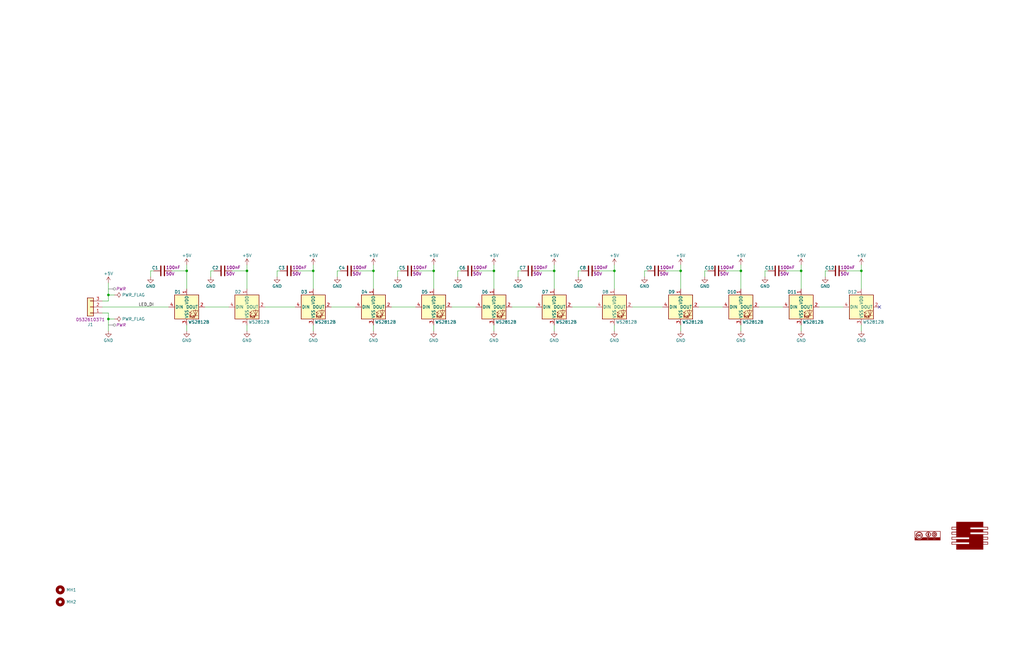
<source format=kicad_sch>
(kicad_sch (version 20230121) (generator eeschema)
  (paper "USLedger")
  (lib_symbols
    (symbol "ENYA_Bitmap:CC-BY-SA_Logo" (pin_names (offset 1.016)) (in_bom no)
      (symbol "CC-BY-SA_Logo_0_0"
        (polyline (pts (xy 0.0762 -1.2446) (xy 0.0762 -1.2192) (xy 0.0254 -1.1684) (xy -0.1524 -1.1684) (xy -0.1524 -1.2954) (xy 0.0254 -1.2954) (xy 0.0762 -1.2446)) (stroke (width 0.0254)) (fill (type outline)))
        (polyline (pts (xy 0.0762 -1.524) (xy 0.0762 -1.4986) (xy 0.1016 -1.4732) (xy 0.0508 -1.4224) (xy 0.0508 -1.397) (xy -0.1524 -1.397) (xy -0.1524 -1.5494) (xy 0.0508 -1.5494) (xy 0.0762 -1.524)) (stroke (width 0.0254)) (fill (type outline)))
        (polyline (pts (xy 3.0734 -1.4224) (xy 3.0988 -1.4224) (xy 3.0988 -1.3716) (xy 3.0734 -1.3462) (xy 3.0734 -1.3208) (xy 3.048 -1.2192) (xy 2.9972 -1.3208) (xy 2.9972 -1.3716) (xy 2.9718 -1.397) (xy 2.9718 -1.4224) (xy 2.9972 -1.4224) (xy 3.048 -1.4478) (xy 3.0734 -1.4224)) (stroke (width 0.0254)) (fill (type outline)))
        (polyline (pts (xy 0.4064 0.9906) (xy 0.4318 1.0414) (xy 0.4572 1.0668) (xy 0.4572 1.1176) (xy 0.4318 1.143) (xy 0.4064 1.1938) (xy 0.381 1.2192) (xy 0.3302 1.2446) (xy 0.254 1.2446) (xy 0.2032 1.1938) (xy 0.1778 1.143) (xy 0.1524 1.1176) (xy 0.1524 1.0668) (xy 0.1778 1.016) (xy 0.254 0.9398) (xy 0.3556 0.9398) (xy 0.4064 0.9906)) (stroke (width 0.0254)) (fill (type outline)))
        (polyline (pts (xy 0.4318 0.381) (xy 0.5334 0.381) (xy 0.5334 0.4064) (xy 0.5588 0.4064) (xy 0.5588 0.5842) (xy 0.5842 0.6604) (xy 0.5842 0.8636) (xy 0.5588 0.8636) (xy 0.5334 0.889) (xy 0.0254 0.889) (xy 0.0254 0.8636) (xy 0 0.8636) (xy 0 0.4064) (xy 0.0508 0.381) (xy 0.127 0.381) (xy 0.127 -0.127) (xy 0.4318 -0.127) (xy 0.4318 0.381)) (stroke (width 0.0254)) (fill (type outline)))
        (polyline (pts (xy -3.7084 -0.2794) (xy -3.556 -0.127) (xy -3.556 -0.1016) (xy -3.5814 -0.0762) (xy -3.6068 -0.0762) (xy -3.6322 -0.0508) (xy -3.683 -0.0254) (xy -3.7084 -0.0254) (xy -3.7338 0) (xy -3.7338 -0.0254) (xy -3.7592 -0.0508) (xy -3.7846 -0.1016) (xy -3.81 -0.1016) (xy -3.8608 -0.127) (xy -3.9624 -0.127) (xy -4.0132 -0.0762) (xy -4.0386 -0.0254) (xy -4.064 0) (xy -4.064 0.3048) (xy -4.0386 0.3048) (xy -4.0132 0.3302) (xy -4.0132 0.3556) (xy -3.9878 0.3556) (xy -3.9624 0.381) (xy -3.81 0.381) (xy -3.81 0.3556) (xy -3.7846 0.3556) (xy -3.7592 0.3302) (xy -3.7592 0.3048) (xy -3.7338 0.2794) (xy -3.6576 0.3048) (xy -3.6322 0.3302) (xy -3.6068 0.3302) (xy -3.5814 0.3556) (xy -3.556 0.3556) (xy -3.5814 0.381) (xy -3.5814 0.4064) (xy -3.6576 0.4826) (xy -3.7338 0.5334) (xy -3.81 0.5588) (xy -3.9624 0.5588) (xy -4.1148 0.508) (xy -4.1402 0.508) (xy -4.2672 0.381) (xy -4.2926 0.3302) (xy -4.3434 0.1778) (xy -4.3434 0.0762) (xy -4.2672 -0.1524) (xy -4.1656 -0.254) (xy -4.0894 -0.3048) (xy -4.0132 -0.3048) (xy -3.937 -0.3302) (xy -3.8608 -0.3302) (xy -3.7084 -0.2794)) (stroke (width 0.0254)) (fill (type outline)))
        (polyline (pts (xy -2.8956 -0.2794) (xy -2.7432 -0.127) (xy -2.7432 -0.1016) (xy -2.7686 -0.0762) (xy -2.794 -0.0762) (xy -2.8194 -0.0508) (xy -2.8702 -0.0254) (xy -2.8956 -0.0254) (xy -2.921 0) (xy -2.921 -0.0254) (xy -2.9464 -0.0508) (xy -2.9718 -0.1016) (xy -2.9972 -0.1016) (xy -3.048 -0.127) (xy -3.1496 -0.127) (xy -3.2004 -0.0762) (xy -3.2258 -0.0254) (xy -3.2512 0) (xy -3.2512 0.3048) (xy -3.2258 0.3048) (xy -3.2004 0.3302) (xy -3.2004 0.3556) (xy -3.175 0.3556) (xy -3.1496 0.381) (xy -2.9972 0.381) (xy -2.9972 0.3556) (xy -2.9718 0.3556) (xy -2.9464 0.3302) (xy -2.9464 0.3048) (xy -2.921 0.2794) (xy -2.8448 0.3302) (xy -2.7432 0.3556) (xy -2.8194 0.4318) (xy -2.8448 0.4826) (xy -2.8956 0.508) (xy -2.921 0.508) (xy -2.9718 0.5334) (xy -3.0734 0.5588) (xy -3.2258 0.5588) (xy -3.302 0.508) (xy -3.3528 0.508) (xy -3.4036 0.4572) (xy -3.4544 0.381) (xy -3.4798 0.3302) (xy -3.5052 0.254) (xy -3.5306 0.1524) (xy -3.5306 0.0762) (xy -3.4544 -0.1524) (xy -3.3528 -0.254) (xy -3.2766 -0.3048) (xy -3.2004 -0.3048) (xy -3.1242 -0.3302) (xy -3.048 -0.3302) (xy -2.8956 -0.2794)) (stroke (width 0.0254)) (fill (type outline)))
        (polyline (pts (xy 3.1242 0.0508) (xy 3.175 0.1016) (xy 3.2512 0.1524) (xy 3.3528 0.3048) (xy 3.3782 0.4064) (xy 3.3782 0.6858) (xy 3.3528 0.762) (xy 3.3274 0.8128) (xy 3.302 0.889) (xy 3.175 1.016) (xy 3.0988 1.0668) (xy 2.9972 1.0922) (xy 2.9464 1.1176) (xy 2.7686 1.1176) (xy 2.7178 1.0922) (xy 2.667 1.0922) (xy 2.5908 1.0414) (xy 2.4892 0.9398) (xy 2.4384 0.8636) (xy 2.413 0.762) (xy 2.3876 0.7112) (xy 2.3114 0.7112) (xy 2.5146 0.508) (xy 2.7178 0.7112) (xy 2.6416 0.7112) (xy 2.6416 0.7366) (xy 2.667 0.762) (xy 2.6924 0.8128) (xy 2.7432 0.8636) (xy 2.7686 0.8636) (xy 2.7686 0.889) (xy 2.9718 0.889) (xy 2.9718 0.8636) (xy 2.9972 0.8636) (xy 3.048 0.8128) (xy 3.0988 0.7112) (xy 3.0988 0.6858) (xy 3.1242 0.6604) (xy 3.1242 0.4572) (xy 3.0988 0.4064) (xy 3.0988 0.381) (xy 3.048 0.2794) (xy 2.9972 0.2286) (xy 2.9464 0.2032) (xy 2.794 0.2032) (xy 2.6924 0.254) (xy 2.667 0.2794) (xy 2.6416 0.3556) (xy 2.6416 0.381) (xy 2.3876 0.381) (xy 2.3876 0.3302) (xy 2.413 0.2794) (xy 2.5146 0.127) (xy 2.5654 0.0762) (xy 2.6416 0.0254) (xy 2.7178 0) (xy 3.0226 0) (xy 3.1242 0.0508)) (stroke (width 0.0254)) (fill (type outline)))
        (polyline (pts (xy 0.5588 -0.4572) (xy 0.6858 -0.4318) (xy 0.8128 -0.3556) (xy 0.9144 -0.3048) (xy 1.016 -0.2286) (xy 1.1684 -0.0254) (xy 1.2954 0.2286) (xy 1.3208 0.3556) (xy 1.3462 0.508) (xy 1.3462 0.635) (xy 1.2954 0.889) (xy 1.2446 0.9906) (xy 1.1938 1.1176) (xy 1.1176 1.2192) (xy 1.0922 1.2446) (xy 0.9906 1.3208) (xy 0.889 1.4224) (xy 0.7874 1.4732) (xy 0.6858 1.5494) (xy 0.5842 1.5748) (xy 0.508 1.6002) (xy 0.127 1.6002) (xy 0.0254 1.5748) (xy -0.1016 1.5494) (xy -0.2032 1.4986) (xy -0.2286 1.4732) (xy -0.3048 1.4224) (xy -0.381 1.3462) (xy -0.4572 1.2954) (xy -0.5334 1.2192) (xy -0.5842 1.143) (xy -0.635 1.016) (xy -0.6858 0.9144) (xy -0.7366 0.7874) (xy -0.762 0.6604) (xy -0.762 0.5334) (xy -0.7366 0.4064) (xy -0.7366 0.3556) (xy -0.5588 0.3556) (xy -0.5588 0.7366) (xy -0.5334 0.7874) (xy -0.508 0.889) (xy -0.4318 1.016) (xy -0.381 1.0922) (xy -0.254 1.2192) (xy -0.1778 1.27) (xy -0.0762 1.3462) (xy 0.0508 1.397) (xy 0.1524 1.4224) (xy 0.381 1.4224) (xy 0.5842 1.3716) (xy 0.6604 1.3462) (xy 0.762 1.2954) (xy 0.8382 1.2446) (xy 0.9144 1.1684) (xy 1.0668 0.9398) (xy 1.1176 0.8382) (xy 1.143 0.762) (xy 1.143 0.4064) (xy 1.1176 0.2794) (xy 1.016 0.0762) (xy 0.9398 -0.0254) (xy 0.8636 -0.1016) (xy 0.8128 -0.127) (xy 0.7366 -0.1778) (xy 0.5334 -0.2794) (xy 0.4318 -0.3048) (xy 0.1524 -0.3048) (xy 0.0762 -0.2794) (xy -0.0254 -0.254) (xy -0.127 -0.2032) (xy -0.2286 -0.127) (xy -0.4064 0.0508) (xy -0.5588 0.3556) (xy -0.7366 0.3556) (xy -0.7366 0.3048) (xy -0.635 0.0508) (xy -0.5842 -0.0508) (xy -0.4064 -0.2286) (xy -0.3556 -0.254) (xy -0.3302 -0.3048) (xy -0.127 -0.4064) (xy 0 -0.4572) (xy 0.1016 -0.4826) (xy 0.5334 -0.4826) (xy 0.5588 -0.4572)) (stroke (width 0.0254)) (fill (type outline)))
        (polyline (pts (xy 3.1496 -0.4572) (xy 3.2512 -0.4318) (xy 3.3782 -0.3556) (xy 3.4798 -0.3048) (xy 3.5814 -0.2286) (xy 3.81 0.0762) (xy 3.8608 0.1778) (xy 3.8608 0.2286) (xy 3.8862 0.3556) (xy 3.9116 0.508) (xy 3.9116 0.635) (xy 3.8608 0.889) (xy 3.81 0.9906) (xy 3.7592 1.1176) (xy 3.683 1.2192) (xy 3.4798 1.4224) (xy 3.3782 1.4732) (xy 3.2512 1.5494) (xy 3.1496 1.5748) (xy 3.0734 1.6002) (xy 2.7178 1.6002) (xy 2.4638 1.5494) (xy 2.3622 1.4986) (xy 2.3368 1.4732) (xy 2.2606 1.4224) (xy 2.1844 1.3462) (xy 2.1082 1.2954) (xy 2.032 1.2192) (xy 1.9812 1.143) (xy 1.9304 1.016) (xy 1.8796 0.9144) (xy 1.8288 0.6604) (xy 1.8288 0.4064) (xy 2.0066 0.4064) (xy 2.0066 0.6604) (xy 2.032 0.762) (xy 2.0574 0.889) (xy 2.1082 0.9906) (xy 2.159 1.0668) (xy 2.3368 1.2446) (xy 2.4384 1.3208) (xy 2.54 1.3716) (xy 2.667 1.397) (xy 2.6924 1.397) (xy 2.7686 1.4224) (xy 2.9972 1.4224) (xy 3.048 1.397) (xy 3.0734 1.397) (xy 3.175 1.3716) (xy 3.2766 1.3208) (xy 3.4798 1.1684) (xy 3.5052 1.1176) (xy 3.5814 1.0414) (xy 3.6322 0.9398) (xy 3.6576 0.8382) (xy 3.7084 0.7366) (xy 3.7084 0.4064) (xy 3.6322 0.1778) (xy 3.6068 0.1524) (xy 3.4544 -0.0762) (xy 3.3782 -0.127) (xy 3.2766 -0.2032) (xy 3.175 -0.254) (xy 3.0734 -0.2794) (xy 3.0226 -0.3048) (xy 2.6924 -0.3048) (xy 2.6416 -0.2794) (xy 2.54 -0.254) (xy 2.4384 -0.2032) (xy 2.3368 -0.127) (xy 2.2606 -0.0508) (xy 2.1844 0) (xy 2.032 0.3048) (xy 2.0066 0.4064) (xy 1.8288 0.4064) (xy 1.8542 0.3048) (xy 1.8796 0.1778) (xy 1.9304 0.0508) (xy 2.0066 -0.0508) (xy 2.032 -0.0762) (xy 2.0574 -0.127) (xy 2.159 -0.2286) (xy 2.2098 -0.254) (xy 2.2606 -0.3048) (xy 2.3368 -0.3556) (xy 2.4638 -0.4064) (xy 2.5654 -0.4572) (xy 2.667 -0.4826) (xy 3.0988 -0.4826) (xy 3.1496 -0.4572)) (stroke (width 0.0254)) (fill (type outline)))
        (polyline (pts (xy -3.175 -1.2446) (xy -3.0226 -1.1938) (xy -2.8956 -1.143) (xy -2.7686 -1.0668) (xy -2.6416 -0.9652) (xy -2.54 -0.8636) (xy -2.4638 -0.762) (xy -2.3622 -0.635) (xy -2.286 -0.508) (xy -2.2352 -0.381) (xy -2.1844 -0.2286) (xy -2.159 -0.1016) (xy -2.1336 -0.0508) (xy -2.1336 0.3048) (xy -2.159 0.3556) (xy -2.159 0.4064) (xy -2.1844 0.5588) (xy -2.2352 0.6858) (xy -2.4638 1.0668) (xy -2.667 1.27) (xy -2.8956 1.4224) (xy -2.9464 1.4224) (xy -3.2004 1.524) (xy -3.3274 1.5494) (xy -3.683 1.5494) (xy -3.9878 1.4986) (xy -4.1148 1.4478) (xy -4.2418 1.3716) (xy -4.3434 1.3208) (xy -4.4704 1.2192) (xy -4.6736 1.016) (xy -4.7498 0.9144) (xy -4.8006 0.7874) (xy -4.826 0.762) (xy -4.8768 0.6604) (xy -4.9022 0.5588) (xy -4.953 0.3048) (xy -4.953 0.0254) (xy -4.699 0.0254) (xy -4.699 0.254) (xy -4.6736 0.381) (xy -4.6482 0.4826) (xy -4.5974 0.6096) (xy -4.5466 0.7112) (xy -4.4704 0.8128) (xy -4.445 0.8636) (xy -4.2926 1.016) (xy -4.2418 1.0414) (xy -4.1656 1.1176) (xy -4.064 1.1684) (xy -3.937 1.2446) (xy -3.81 1.27) (xy -3.6576 1.2954) (xy -3.3528 1.2954) (xy -3.2258 1.27) (xy -2.9718 1.1684) (xy -2.8702 1.0922) (xy -2.7432 0.9906) (xy -2.667 0.889) (xy -2.5654 0.7874) (xy -2.5146 0.6604) (xy -2.4638 0.5588) (xy -2.413 0.4064) (xy -2.3876 0.2794) (xy -2.3876 -0.0762) (xy -2.4384 -0.2032) (xy -2.4638 -0.3302) (xy -2.54 -0.4572) (xy -2.6924 -0.6604) (xy -2.7432 -0.7112) (xy -2.9464 -0.8636) (xy -3.0734 -0.9144) (xy -3.175 -0.9652) (xy -3.302 -1.016) (xy -3.683 -1.016) (xy -3.937 -0.9652) (xy -4.0386 -0.9144) (xy -4.1656 -0.8382) (xy -4.2672 -0.762) (xy -4.4704 -0.5588) (xy -4.5466 -0.4572) (xy -4.5974 -0.3302) (xy -4.6482 -0.2286) (xy -4.699 0.0254) (xy -4.953 0.0254) (xy -4.953 -0.1524) (xy -4.9022 -0.3048) (xy -4.8514 -0.4318) (xy -4.7752 -0.5842) (xy -4.699 -0.7112) (xy -4.445 -0.9652) (xy -4.064 -1.1938) (xy -3.9116 -1.2446) (xy -3.7846 -1.27) (xy -3.302 -1.27) (xy -3.175 -1.2446)) (stroke (width 0.0254)) (fill (type outline)))
        (polyline (pts (xy 5.4102 1.8034) (xy 5.334 1.8796) (xy 5.2832 1.905) (xy -5.2832 1.905) (xy -5.3086 1.8796) (xy -5.3594 1.8542) (xy -5.3848 1.8034) (xy -5.4102 1.778) (xy -5.4102 -0.762) (xy -5.334 -0.762) (xy -5.334 1.7272) (xy -5.3086 1.7526) (xy -5.3086 1.8034) (xy -5.2832 1.8288) (xy 5.2578 1.8288) (xy 5.2578 1.8034) (xy 5.2832 1.8034) (xy 5.2832 1.778) (xy 5.3086 1.778) (xy 5.3086 -0.762) (xy -2.1336 -0.762) (xy -2.2352 -0.9144) (xy -2.3368 -1.0414) (xy -2.4638 -1.1684) (xy -2.5908 -1.27) (xy -2.8448 -1.4224) (xy -2.9972 -1.4986) (xy -3.175 -1.5494) (xy -3.2004 -1.5494) (xy -3.2512 -1.5748) (xy -3.81 -1.5748) (xy -3.8608 -1.5494) (xy -3.8862 -1.5494) (xy -4.191 -1.4478) (xy -4.3434 -1.3716) (xy -4.4704 -1.2954) (xy -4.5974 -1.1938) (xy -4.699 -1.0922) (xy -4.9022 -0.8382) (xy -4.953 -0.762) (xy -5.334 -0.762) (xy -5.4102 -0.762) (xy -5.4102 -1.6764) (xy -0.3048 -1.6764) (xy -0.3048 -1.0668) (xy 0.0762 -1.0668) (xy 0.254 -1.0668) (xy 0.381 -1.0668) (xy 0.4572 -1.1684) (xy 0.4572 -1.1938) (xy 0.508 -1.2446) (xy 0.508 -1.27) (xy 0.5334 -1.27) (xy 0.5588 -1.2446) (xy 0.5842 -1.1938) (xy 0.6096 -1.1684) (xy 0.6604 -1.0668) (xy 0.8128 -1.0668) (xy 0.7874 -1.0922) (xy 0.7874 -1.1176) (xy 0.762 -1.143) (xy 0.7366 -1.1938) (xy 0.7112 -1.2192) (xy 0.6858 -1.27) (xy 0.5842 -1.4224) (xy 0.5842 -1.4986) (xy 2.2098 -1.4986) (xy 2.3622 -1.4986) (xy 2.3622 -1.524) (xy 2.3876 -1.524) (xy 2.3876 -1.5494) (xy 2.413 -1.5748) (xy 2.4384 -1.5748) (xy 2.4638 -1.6002) (xy 2.54 -1.6002) (xy 2.5908 -1.5494) (xy 2.5908 -1.4732) (xy 2.5654 -1.4732) (xy 2.5146 -1.4478) (xy 2.4638 -1.4478) (xy 2.413 -1.4224) (xy 2.3622 -1.4224) (xy 2.3114 -1.397) (xy 2.286 -1.3462) (xy 2.2606 -1.3208) (xy 2.2606 -1.1684) (xy 2.3622 -1.0668) (xy 2.4384 -1.0668) (xy 2.5146 -1.0414) (xy 2.6162 -1.0922) (xy 2.6416 -1.1176) (xy 2.667 -1.1176) (xy 2.667 -1.143) (xy 2.7178 -1.1938) (xy 2.7178 -1.2446) (xy 2.5908 -1.2446) (xy 2.5908 -1.2192) (xy 2.5654 -1.1938) (xy 2.5654 -1.1684) (xy 2.413 -1.1684) (xy 2.3876 -1.1938) (xy 2.3876 -1.27) (xy 2.4384 -1.2954) (xy 2.4638 -1.3208) (xy 2.54 -1.3208) (xy 2.6162 -1.3462) (xy 2.6416 -1.3716) (xy 2.6924 -1.397) (xy 2.7178 -1.4224) (xy 2.7178 -1.6002) (xy 2.667 -1.651) (xy 2.7432 -1.651) (xy 2.7686 -1.6256) (xy 2.7686 -1.6002) (xy 2.8194 -1.4986) (xy 2.8194 -1.4224) (xy 2.8448 -1.3462) (xy 2.9718 -1.0668) (xy 3.1242 -1.0668) (xy 3.2512 -1.4478) (xy 3.302 -1.5494) (xy 3.302 -1.6002) (xy 3.3274 -1.6256) (xy 3.3274 -1.651) (xy 3.302 -1.651) (xy 3.2766 -1.6764) (xy 3.2004 -1.6764) (xy 3.175 -1.6256) (xy 3.175 -1.5748) (xy 3.1496 -1.5494) (xy 3.1496 -1.524) (xy 2.921 -1.524) (xy 2.8702 -1.6764) (xy 2.8194 -1.6764) (xy 2.794 -1.651) (xy 2.7432 -1.651) (xy 2.667 -1.651) (xy 2.6416 -1.651) (xy 2.6162 -1.6764) (xy 2.3368 -1.6764) (xy 2.2352 -1.5748) (xy 2.2352 -1.5494) (xy 2.2098 -1.4986) (xy 0.5842 -1.4986) (xy 0.5842 -1.6764) (xy 0.4572 -1.6764) (xy 0.4572 -1.4224) (xy 0.4318 -1.397) (xy 0.4318 -1.3716) (xy 0.381 -1.3208) (xy 0.3556 -1.27) (xy 0.3302 -1.1938) (xy 0.2794 -1.1176) (xy 0.254 -1.0668) (xy 0.0762 -1.0668) (xy 0.1016 -1.0922) (xy 0.127 -1.0922) (xy 0.1778 -1.143) (xy 0.1778 -1.2446) (xy 0.1524 -1.27) (xy 0.1524 -1.3208) (xy 0.127 -1.3208) (xy 0.1016 -1.3462) (xy 0.127 -1.3716) (xy 0.1524 -1.3716) (xy 0.1778 -1.397) (xy 0.1778 -1.4224) (xy 0.2032 -1.4732) (xy 0.2032 -1.5748) (xy 0.127 -1.651) (xy 0.0762 -1.651) (xy 0.0762 -1.6764) (xy -0.3048 -1.6764) (xy -5.4102 -1.6764) (xy -5.4102 -1.8796) (xy -5.3594 -1.8796) (xy -5.334 -1.905) (xy 5.4102 -1.905) (xy 5.4102 1.8034)) (stroke (width 0.0254)) (fill (type outline)))
      )
    )
    (symbol "ENYA_Bitmap:Electronya_Logo" (pin_names (offset 1.016))
      (symbol "Electronya_Logo_0_0"
        (polyline (pts (xy 5.6388 -3.7084) (xy 7.6708 -3.7084) (xy 7.6708 -2.6416) (xy 5.6388 -2.6416) (xy 5.6388 -1.6256) (xy 7.6708 -1.6256) (xy 7.6708 -0.5588) (xy 5.6388 -0.5588) (xy 5.6388 0.508) (xy 7.6708 0.508) (xy 7.6708 1.5748) (xy 5.6388 1.5748) (xy 5.6388 2.5908) (xy 7.6708 2.5908) (xy 7.6708 3.6576) (xy 5.6388 3.6576) (xy 5.6388 5.7912) (xy -5.6388 5.7912) (xy -5.6388 3.6576) (xy -7.6708 3.6576) (xy -7.6708 2.7432) (xy -7.5184 2.7432) (xy -7.5184 3.5052) (xy -5.6388 3.5052) (xy -5.6388 2.7432) (xy 0.254 2.7432) (xy 0.254 3.5052) (xy 7.5184 3.5052) (xy 7.5184 2.7432) (xy 0.254 2.7432) (xy -5.6388 2.7432) (xy -7.5184 2.7432) (xy -7.6708 2.7432) (xy -7.6708 2.5908) (xy -5.6388 2.5908) (xy -5.6388 1.5748) (xy -7.6708 1.5748) (xy -7.6708 0.6096) (xy -7.5184 0.6096) (xy -7.5184 1.4224) (xy -5.6388 1.4224) (xy -5.6388 0.6096) (xy 0.254 0.6096) (xy 0.254 1.4224) (xy 7.5184 1.4224) (xy 7.5184 0.6096) (xy 0.254 0.6096) (xy -5.6388 0.6096) (xy -7.5184 0.6096) (xy -7.6708 0.6096) (xy -7.6708 0.508) (xy -5.6388 0.508) (xy -5.6388 -0.5588) (xy -7.6708 -0.5588) (xy -7.6708 -1.4732) (xy -7.5184 -1.4732) (xy -7.5184 -0.6604) (xy -0.254 -0.6604) (xy -0.254 -1.4732) (xy 5.6388 -1.4732) (xy 5.6388 -0.6604) (xy 7.5184 -0.6604) (xy 7.5184 -1.4732) (xy 5.6388 -1.4732) (xy -0.254 -1.4732) (xy -7.5184 -1.4732) (xy -7.6708 -1.4732) (xy -7.6708 -1.6256) (xy -5.6388 -1.6256) (xy -5.6388 -2.6416) (xy -7.6708 -2.6416) (xy -7.6708 -3.556) (xy -7.5184 -3.556) (xy -7.5184 -2.794) (xy -0.254 -2.794) (xy -0.254 -3.556) (xy 5.6388 -3.556) (xy 5.6388 -2.794) (xy 7.5184 -2.794) (xy 7.5184 -3.556) (xy 5.6388 -3.556) (xy -0.254 -3.556) (xy -7.5184 -3.556) (xy -7.6708 -3.556) (xy -7.6708 -3.7084) (xy -5.6388 -3.7084) (xy -5.6388 -5.842) (xy 5.6388 -5.842) (xy 5.6388 -3.7084)) (stroke (width 0.0254)) (fill (type outline)))
      )
    )
    (symbol "ENYA_Cap_Smd_50V:100nF_CER_0603_50V" (pin_numbers hide) (pin_names (offset 0.254))
      (property "Reference" "C" (at 0.635 2.54 0))
      (property "Capacitance" "100nF" (at 3.81 -2.54 0))
      (property "Voltage Rating" "50V" (at 0 0 0))
      (symbol "100nF_CER_0603_50V_0_1"
        (polyline (pts (xy -2.032 -0.762) (xy 2.032 -0.762)) (stroke (width 0.508)))
        (polyline (pts (xy -2.032 0.762) (xy 2.032 0.762)) (stroke (width 0.508)))
      )
      (symbol "100nF_CER_0603_50V_1_1"
        (pin passive line (at 0 3.81 270) (length 2.794) (name "~") (number "1"))
        (pin passive line (at 0 -3.81 90) (length 2.794) (name "~") (number "2"))
      )
    )
    (symbol "ENYA_Connector_PicoBlade:PICO_BLADE_1x3_MALE_RA_SMD" (pin_names (offset 1.016) hide)
      (property "Reference" "J" (at 0 5.08 0))
      (property "Manufacturer Part Number" "0532610371" (at 0 0 0))
      (symbol "PICO_BLADE_1x3_MALE_RA_SMD_1_1"
        (rectangle (start -1.27 -2.413) (end 0 -2.667) (stroke (width 0.1524)))
        (rectangle (start -1.27 0.127) (end 0 -0.127) (stroke (width 0.1524)))
        (rectangle (start -1.27 2.667) (end 0 2.413) (stroke (width 0.1524)))
        (rectangle (start -1.27 3.81) (end 1.27 -3.81) (stroke (width 0.254)) (fill (type background)))
        (pin passive line (at -5.08 2.54 0) (length 3.81) (name "Pin_1") (number "1"))
        (pin passive line (at -5.08 0 0) (length 3.81) (name "Pin_2") (number "2"))
        (pin passive line (at -5.08 -2.54 0) (length 3.81) (name "Pin_3") (number "3"))
      )
    )
    (symbol "ENYA_Diode_LED:WS2812B" (pin_names (offset 0.254))
      (property "Reference" "D" (at 5.08 5.715 0))
      (property "Value" "WS2812B" (at 1.27 -5.715 0))
      (symbol "WS2812B_0_0"
        (text "RGB" (at 2.286 -4.191 0) (effects (font (size 0.762 0.762))))
      )
      (symbol "WS2812B_0_1"
        (polyline (pts (xy 1.27 -3.556) (xy 1.778 -3.556)))
        (polyline (pts (xy 1.27 -2.54) (xy 1.778 -2.54)))
        (polyline (pts (xy 4.699 -3.556) (xy 2.667 -3.556)))
        (polyline (pts (xy 2.286 -2.54) (xy 1.27 -3.556) (xy 1.27 -3.048)))
        (polyline (pts (xy 2.286 -1.524) (xy 1.27 -2.54) (xy 1.27 -2.032)))
        (polyline (pts (xy 3.683 -1.016) (xy 3.683 -3.556) (xy 3.683 -4.064)))
        (polyline (pts (xy 4.699 -1.524) (xy 2.667 -1.524) (xy 3.683 -3.556) (xy 4.699 -1.524)))
        (rectangle (start 5.08 5.08) (end -5.08 -5.08) (stroke (width 0.254)) (fill (type background)))
      )
      (symbol "WS2812B_1_1"
        (pin power_in line (at 0 7.62 270) (length 2.54) (name "VDD") (number "1"))
        (pin output line (at 7.62 0 180) (length 2.54) (name "DOUT") (number "2"))
        (pin power_in line (at 0 -7.62 90) (length 2.54) (name "VSS") (number "3"))
        (pin input line (at -7.62 0 0) (length 2.54) (name "DIN") (number "4"))
      )
    )
    (symbol "ENYA_Mechanical:MH-NPLTD-M3" (pin_names (offset 1.016)) (in_bom no)
      (property "Reference" "MH" (at 0 3.175 0))
      (symbol "MH-NPLTD-M3_1_1"
        (circle (center 0 0) (radius 1.27) (stroke (width 1.27)))
      )
    )
    (symbol "power:+5V" (power) (pin_names (offset 0))
      (property "Value" "+5V" (at 0 3.556 0))
      (symbol "+5V_0_1"
        (polyline (pts (xy -0.762 1.27) (xy 0 2.54)))
        (polyline (pts (xy 0 0) (xy 0 2.54)))
        (polyline (pts (xy 0 2.54) (xy 0.762 1.27)))
      )
      (symbol "+5V_1_1"
        (pin power_in line (at 0 0 90) (length 0) hide (name "+5V") (number "1"))
      )
    )
    (symbol "power:GND" (power) (pin_names (offset 0))
      (property "Value" "GND" (at 0 -3.81 0))
      (symbol "GND_0_1"
        (polyline (pts (xy 0 0) (xy 0 -1.27) (xy 1.27 -1.27) (xy 0 -2.54) (xy -1.27 -1.27) (xy 0 -1.27)))
      )
      (symbol "GND_1_1"
        (pin power_in line (at 0 0 270) (length 0) hide (name "GND") (number "1"))
      )
    )
    (symbol "power:PWR_FLAG" (power) (pin_numbers hide) (pin_names (offset 0) hide)
      (property "Value" "PWR_FLAG" (at 0 3.81 0))
      (symbol "PWR_FLAG_0_0"
        (pin power_out line (at 0 0 90) (length 0) (name "pwr") (number "1"))
      )
      (symbol "PWR_FLAG_0_1"
        (polyline (pts (xy 0 0) (xy 0 1.27) (xy -1.016 1.905) (xy 0 2.54) (xy 1.016 1.905) (xy 0 1.27)))
      )
    )
  )
  (junction (at 363.22 114.3))
  (junction (at 78.74 114.3))
  (junction (at 182.88 114.3))
  (junction (at 259.08 114.3))
  (junction (at 45.72 134.62))
  (junction (at 233.68 114.3))
  (junction (at 45.72 124.46))
  (junction (at 157.48 114.3))
  (junction (at 132.08 114.3))
  (junction (at 208.28 114.3))
  (junction (at 104.14 114.3))
  (junction (at 287.02 114.3))
  (junction (at 312.42 114.3))
  (junction (at 337.82 114.3))
  (no_connect (at 370.84 129.54))
  (wire (pts (xy 45.72 134.62) (xy 45.72 139.7)))
  (wire (pts (xy 243.84 114.3) (xy 243.84 116.84)))
  (wire (pts (xy 266.7 129.54) (xy 279.4 129.54)))
  (wire (pts (xy 111.76 129.54) (xy 124.46 129.54)))
  (wire (pts (xy 233.68 111.76) (xy 233.68 114.3)))
  (wire (pts (xy 208.28 111.76) (xy 208.28 114.3)))
  (wire (pts (xy 322.58 116.84) (xy 322.58 114.3)))
  (wire (pts (xy 298.45 114.3) (xy 297.18 114.3)))
  (wire (pts (xy 219.71 114.3) (xy 218.44 114.3)))
  (wire (pts (xy 337.82 114.3) (xy 337.82 121.92)))
  (wire (pts (xy 331.47 114.3) (xy 337.82 114.3)))
  (wire (pts (xy 182.88 114.3) (xy 182.88 121.92)))
  (wire (pts (xy 233.68 114.3) (xy 233.68 121.92)))
  (wire (pts (xy 259.08 137.16) (xy 259.08 139.7)))
  (wire (pts (xy 294.64 129.54) (xy 304.8 129.54)))
  (wire (pts (xy 306.07 114.3) (xy 312.42 114.3)))
  (wire (pts (xy 241.3 129.54) (xy 251.46 129.54)))
  (wire (pts (xy 208.28 137.16) (xy 208.28 139.7)))
  (wire (pts (xy 208.28 114.3) (xy 208.28 121.92)))
  (wire (pts (xy 297.18 114.3) (xy 297.18 116.84)))
  (wire (pts (xy 45.72 119.38) (xy 45.72 124.46)))
  (wire (pts (xy 287.02 111.76) (xy 287.02 114.3)))
  (wire (pts (xy 201.93 114.3) (xy 208.28 114.3)))
  (wire (pts (xy 273.05 114.3) (xy 271.78 114.3)))
  (wire (pts (xy 259.08 114.3) (xy 259.08 121.92)))
  (wire (pts (xy 312.42 114.3) (xy 312.42 121.92)))
  (wire (pts (xy 88.9 116.84) (xy 88.9 114.3)))
  (wire (pts (xy 45.72 127) (xy 43.18 127)))
  (wire (pts (xy 142.24 114.3) (xy 142.24 116.84)))
  (wire (pts (xy 157.48 111.76) (xy 157.48 114.3)))
  (wire (pts (xy 132.08 114.3) (xy 132.08 121.92)))
  (wire (pts (xy 193.04 116.84) (xy 193.04 114.3)))
  (wire (pts (xy 345.44 129.54) (xy 355.6 129.54)))
  (wire (pts (xy 165.1 129.54) (xy 175.26 129.54)))
  (wire (pts (xy 78.74 114.3) (xy 78.74 121.92)))
  (wire (pts (xy 215.9 129.54) (xy 226.06 129.54)))
  (wire (pts (xy 78.74 137.16) (xy 78.74 139.7)))
  (wire (pts (xy 280.67 114.3) (xy 287.02 114.3)))
  (wire (pts (xy 78.74 111.76) (xy 78.74 114.3)))
  (wire (pts (xy 143.51 114.3) (xy 142.24 114.3)))
  (wire (pts (xy 63.5 114.3) (xy 64.77 114.3)))
  (wire (pts (xy 190.5 129.54) (xy 200.66 129.54)))
  (wire (pts (xy 363.22 114.3) (xy 363.22 121.92)))
  (wire (pts (xy 312.42 137.16) (xy 312.42 139.7)))
  (wire (pts (xy 287.02 137.16) (xy 287.02 139.7)))
  (wire (pts (xy 43.18 132.08) (xy 45.72 132.08)))
  (wire (pts (xy 45.72 132.08) (xy 45.72 134.62)))
  (wire (pts (xy 157.48 137.16) (xy 157.48 139.7)))
  (wire (pts (xy 347.98 114.3) (xy 347.98 116.84)))
  (wire (pts (xy 182.88 137.16) (xy 182.88 139.7)))
  (wire (pts (xy 227.33 114.3) (xy 233.68 114.3)))
  (wire (pts (xy 45.72 124.46) (xy 48.26 124.46)))
  (wire (pts (xy 104.14 114.3) (xy 104.14 121.92)))
  (wire (pts (xy 97.79 114.3) (xy 104.14 114.3)))
  (wire (pts (xy 104.14 111.76) (xy 104.14 114.3)))
  (wire (pts (xy 245.11 114.3) (xy 243.84 114.3)))
  (wire (pts (xy 312.42 111.76) (xy 312.42 114.3)))
  (wire (pts (xy 139.7 129.54) (xy 149.86 129.54)))
  (wire (pts (xy 337.82 137.16) (xy 337.82 139.7)))
  (wire (pts (xy 88.9 114.3) (xy 90.17 114.3)))
  (wire (pts (xy 116.84 116.84) (xy 116.84 114.3)))
  (wire (pts (xy 349.25 114.3) (xy 347.98 114.3)))
  (wire (pts (xy 45.72 134.62) (xy 48.26 134.62)))
  (wire (pts (xy 168.91 114.3) (xy 167.64 114.3)))
  (wire (pts (xy 182.88 111.76) (xy 182.88 114.3)))
  (wire (pts (xy 45.72 124.46) (xy 45.72 127)))
  (wire (pts (xy 193.04 114.3) (xy 194.31 114.3)))
  (wire (pts (xy 271.78 114.3) (xy 271.78 116.84)))
  (wire (pts (xy 132.08 137.16) (xy 132.08 139.7)))
  (wire (pts (xy 151.13 114.3) (xy 157.48 114.3)))
  (wire (pts (xy 63.5 116.84) (xy 63.5 114.3)))
  (wire (pts (xy 132.08 111.76) (xy 132.08 114.3)))
  (wire (pts (xy 322.58 114.3) (xy 323.85 114.3)))
  (wire (pts (xy 104.14 137.16) (xy 104.14 139.7)))
  (wire (pts (xy 86.36 129.54) (xy 96.52 129.54)))
  (wire (pts (xy 363.22 137.16) (xy 363.22 139.7)))
  (wire (pts (xy 167.64 114.3) (xy 167.64 116.84)))
  (wire (pts (xy 43.18 129.54) (xy 71.12 129.54)))
  (wire (pts (xy 337.82 111.76) (xy 337.82 114.3)))
  (wire (pts (xy 252.73 114.3) (xy 259.08 114.3)))
  (wire (pts (xy 72.39 114.3) (xy 78.74 114.3)))
  (wire (pts (xy 125.73 114.3) (xy 132.08 114.3)))
  (wire (pts (xy 259.08 111.76) (xy 259.08 114.3)))
  (wire (pts (xy 218.44 114.3) (xy 218.44 116.84)))
  (wire (pts (xy 320.04 129.54) (xy 330.2 129.54)))
  (wire (pts (xy 116.84 114.3) (xy 118.11 114.3)))
  (wire (pts (xy 363.22 111.76) (xy 363.22 114.3)))
  (wire (pts (xy 233.68 137.16) (xy 233.68 139.7)))
  (wire (pts (xy 176.53 114.3) (xy 182.88 114.3)))
  (wire (pts (xy 356.87 114.3) (xy 363.22 114.3)))
  (wire (pts (xy 287.02 114.3) (xy 287.02 121.92)))
  (wire (pts (xy 157.48 114.3) (xy 157.48 121.92)))
  (label "LED_DI" (at 58.42 129.54 0))
  (netclass_flag "" (length 2.54) (shape round) (at 45.72 121.92 270) (property "Netclass" "PWR" (at 48.895 121.92 0) (effects (font italic) (justify left))))
  (netclass_flag "" (length 2.54) (shape round) (at 45.72 137.16 270) (property "Netclass" "PWR" (at 48.895 137.16 0) (effects (font italic) (justify left))))
  (symbol (lib_id "ENYA_Cap_Smd_50V:100nF_CER_0603_50V") (at 353.06 114.3 90) (unit 1)
    (property "Reference" "C12" (at 349.885 113.03 90))
    (property "Value" "100nF_CER_0603_50V" (effects hide))
    (property "Footprint" "Capacitor_SMD:C_0603_1608Metric" (effects hide))
    (property "Manufacturer" "AVX Corporation" (effects hide))
    (property "Manufacturer Part Number" "06033D104MAT2A" (effects hide))
    (property "Digi-Key Part Number" "478-7905-1-ND" (effects hide))
    (property "Capacitance" "100nF" (at 357.505 112.887 90))
    (property "Voltage Rating" "50V" (at 356.235 115.57 90))
  )
  (symbol (lib_id "power:PWR_FLAG") (at 48.26 134.62 270) (unit 1)
    (property "Reference" "#FLG01" (effects hide))
    (property "Value" "PWR_FLAG" (at 51.435 134.62 90) (effects (justify left)))
  )
  (symbol (lib_id "ENYA_Cap_Smd_50V:100nF_CER_0603_50V") (at 147.32 114.3 90) (unit 1)
    (property "Reference" "C4" (at 144.145 113.03 90))
    (property "Value" "100nF_CER_0603_50V" (effects hide))
    (property "Footprint" "Capacitor_SMD:C_0603_1608Metric" (effects hide))
    (property "Manufacturer" "AVX Corporation" (effects hide))
    (property "Manufacturer Part Number" "06033D104MAT2A" (effects hide))
    (property "Digi-Key Part Number" "478-7905-1-ND" (effects hide))
    (property "Capacitance" "100nF" (at 151.765 112.887 90))
    (property "Voltage Rating" "50V" (at 150.495 115.57 90))
  )
  (symbol (lib_id "power:GND") (at 45.72 139.7 0) (unit 1)
    (property "Reference" "#PWR02" (effects hide))
    (property "Value" "GND" (at 45.72 143.645 0))
  )
  (symbol (lib_id "power:GND") (at 337.82 139.7 0) (unit 1)
    (property "Reference" "#PWR025" (effects hide))
    (property "Value" "GND" (at 337.82 143.645 0))
  )
  (symbol (lib_id "power:GND") (at 88.9 116.84 0) (unit 1)
    (property "Reference" "#PWR037" (effects hide))
    (property "Value" "GND" (at 88.9 120.785 0))
  )
  (symbol (lib_id "power:+5V") (at 45.72 119.38 0) (unit 1)
    (property "Reference" "#PWR01" (effects hide))
    (property "Value" "+5V" (at 45.72 115.435 0))
  )
  (symbol (lib_id "power:GND") (at 312.42 139.7 0) (unit 1)
    (property "Reference" "#PWR024" (effects hide))
    (property "Value" "GND" (at 312.42 143.645 0))
  )
  (symbol (lib_id "ENYA_Diode_LED:WS2812B") (at 259.08 129.54 0) (unit 1)
    (property "Reference" "D8" (at 255.27 123.19 0))
    (property "Value" "WS2812B" (at 264.16 135.89 0))
    (property "Footprint" "LED_SMD:LED_WS2812B_PLCC4_5.0x5.0mm_P3.2mm" (effects hide))
    (property "Datasheet" "https://cdn-shop.adafruit.com/datasheets/WS2812B.pdf" (effects hide))
    (property "Manufacturer" "Adafruit Industries LLC" (effects hide))
    (property "Manaufacturer Part Number" "4684" (effects hide))
    (property "Digi-Key Part Number" "1528-4684-ND" (effects hide))
  )
  (symbol (lib_id "ENYA_Diode_LED:WS2812B") (at 208.28 129.54 0) (unit 1)
    (property "Reference" "D6" (at 204.47 123.19 0))
    (property "Value" "WS2812B" (at 213.36 135.89 0))
    (property "Footprint" "LED_SMD:LED_WS2812B_PLCC4_5.0x5.0mm_P3.2mm" (effects hide))
    (property "Datasheet" "https://cdn-shop.adafruit.com/datasheets/WS2812B.pdf" (effects hide))
    (property "Manufacturer" "Adafruit Industries LLC" (effects hide))
    (property "Manaufacturer Part Number" "4684" (effects hide))
    (property "Digi-Key Part Number" "1528-4684-ND" (effects hide))
  )
  (symbol (lib_id "power:+5V") (at 233.68 111.76 0) (unit 1)
    (property "Reference" "#PWR09" (effects hide))
    (property "Value" "+5V" (at 233.68 107.815 0))
  )
  (symbol (lib_id "ENYA_Diode_LED:WS2812B") (at 157.48 129.54 0) (unit 1)
    (property "Reference" "D4" (at 153.67 123.19 0))
    (property "Value" "WS2812B" (at 162.56 135.89 0))
    (property "Footprint" "LED_SMD:LED_WS2812B_PLCC4_5.0x5.0mm_P3.2mm" (effects hide))
    (property "Datasheet" "https://cdn-shop.adafruit.com/datasheets/WS2812B.pdf" (effects hide))
    (property "Manufacturer" "Adafruit Industries LLC" (effects hide))
    (property "Manaufacturer Part Number" "4684" (effects hide))
    (property "Digi-Key Part Number" "1528-4684-ND" (effects hide))
  )
  (symbol (lib_id "ENYA_Mechanical:MH-NPLTD-M3") (at 25.4 254 0) (unit 1) (in_bom no)
    (property "Reference" "MH2" (at 27.94 254 0) (effects (justify left)))
    (property "Value" "MH-NPLTD-M3" (effects hide))
    (property "Footprint" "MountingHole:MountingHole_3.2mm_M3_DIN965" (effects hide))
  )
  (symbol (lib_id "ENYA_Cap_Smd_50V:100nF_CER_0603_50V") (at 223.52 114.3 90) (unit 1)
    (property "Reference" "C7" (at 220.345 113.03 90))
    (property "Value" "100nF_CER_0603_50V" (effects hide))
    (property "Footprint" "Capacitor_SMD:C_0603_1608Metric" (effects hide))
    (property "Manufacturer" "AVX Corporation" (effects hide))
    (property "Manufacturer Part Number" "06033D104MAT2A" (effects hide))
    (property "Digi-Key Part Number" "478-7905-1-ND" (effects hide))
    (property "Capacitance" "100nF" (at 227.965 112.887 90))
    (property "Voltage Rating" "50V" (at 226.695 115.57 90))
  )
  (symbol (lib_id "power:GND") (at 271.78 116.84 0) (unit 1)
    (property "Reference" "#PWR030" (effects hide))
    (property "Value" "GND" (at 271.78 120.785 0))
  )
  (symbol (lib_id "power:GND") (at 142.24 116.84 0) (unit 1)
    (property "Reference" "#PWR035" (effects hide))
    (property "Value" "GND" (at 142.24 120.785 0))
  )
  (symbol (lib_id "power:GND") (at 297.18 116.84 0) (unit 1)
    (property "Reference" "#PWR029" (effects hide))
    (property "Value" "GND" (at 297.18 120.785 0))
  )
  (symbol (lib_id "power:+5V") (at 363.22 111.76 0) (unit 1)
    (property "Reference" "#PWR014" (effects hide))
    (property "Value" "+5V" (at 363.22 107.815 0))
  )
  (symbol (lib_id "power:+5V") (at 259.08 111.76 0) (unit 1)
    (property "Reference" "#PWR010" (effects hide))
    (property "Value" "+5V" (at 259.08 107.815 0))
  )
  (symbol (lib_id "ENYA_Diode_LED:WS2812B") (at 182.88 129.54 0) (unit 1)
    (property "Reference" "D5" (at 179.07 123.19 0))
    (property "Value" "WS2812B" (at 187.96 135.89 0))
    (property "Footprint" "LED_SMD:LED_WS2812B_PLCC4_5.0x5.0mm_P3.2mm" (effects hide))
    (property "Datasheet" "https://cdn-shop.adafruit.com/datasheets/WS2812B.pdf" (effects hide))
    (property "Manufacturer" "Adafruit Industries LLC" (effects hide))
    (property "Manaufacturer Part Number" "4684" (effects hide))
    (property "Digi-Key Part Number" "1528-4684-ND" (effects hide))
  )
  (symbol (lib_id "power:GND") (at 287.02 139.7 0) (unit 1)
    (property "Reference" "#PWR023" (effects hide))
    (property "Value" "GND" (at 287.02 143.645 0))
  )
  (symbol (lib_id "power:GND") (at 259.08 139.7 0) (unit 1)
    (property "Reference" "#PWR022" (effects hide))
    (property "Value" "GND" (at 259.08 143.645 0))
  )
  (symbol (lib_id "ENYA_Cap_Smd_50V:100nF_CER_0603_50V") (at 276.86 114.3 90) (unit 1)
    (property "Reference" "C9" (at 273.685 113.03 90))
    (property "Value" "100nF_CER_0603_50V" (effects hide))
    (property "Footprint" "Capacitor_SMD:C_0603_1608Metric" (effects hide))
    (property "Manufacturer" "AVX Corporation" (effects hide))
    (property "Manufacturer Part Number" "06033D104MAT2A" (effects hide))
    (property "Digi-Key Part Number" "478-7905-1-ND" (effects hide))
    (property "Capacitance" "100nF" (at 281.305 112.887 90))
    (property "Voltage Rating" "50V" (at 280.035 115.57 90))
  )
  (symbol (lib_id "power:GND") (at 116.84 116.84 0) (unit 1)
    (property "Reference" "#PWR036" (effects hide))
    (property "Value" "GND" (at 116.84 120.785 0))
  )
  (symbol (lib_id "ENYA_Diode_LED:WS2812B") (at 233.68 129.54 0) (unit 1)
    (property "Reference" "D7" (at 229.87 123.19 0))
    (property "Value" "WS2812B" (at 238.76 135.89 0))
    (property "Footprint" "LED_SMD:LED_WS2812B_PLCC4_5.0x5.0mm_P3.2mm" (effects hide))
    (property "Datasheet" "https://cdn-shop.adafruit.com/datasheets/WS2812B.pdf" (effects hide))
    (property "Manufacturer" "Adafruit Industries LLC" (effects hide))
    (property "Manaufacturer Part Number" "4684" (effects hide))
    (property "Digi-Key Part Number" "1528-4684-ND" (effects hide))
  )
  (symbol (lib_id "power:+5V") (at 312.42 111.76 0) (unit 1)
    (property "Reference" "#PWR012" (effects hide))
    (property "Value" "+5V" (at 312.42 107.815 0))
  )
  (symbol (lib_id "power:PWR_FLAG") (at 48.26 124.46 270) (unit 1)
    (property "Reference" "#FLG02" (effects hide))
    (property "Value" "PWR_FLAG" (at 51.435 124.46 90) (effects (justify left)))
  )
  (symbol (lib_id "power:GND") (at 157.48 139.7 0) (unit 1)
    (property "Reference" "#PWR018" (effects hide))
    (property "Value" "GND" (at 157.48 143.645 0))
  )
  (symbol (lib_id "ENYA_Cap_Smd_50V:100nF_CER_0603_50V") (at 172.72 114.3 90) (unit 1)
    (property "Reference" "C5" (at 169.545 113.03 90))
    (property "Value" "100nF_CER_0603_50V" (effects hide))
    (property "Footprint" "Capacitor_SMD:C_0603_1608Metric" (effects hide))
    (property "Manufacturer" "AVX Corporation" (effects hide))
    (property "Manufacturer Part Number" "06033D104MAT2A" (effects hide))
    (property "Digi-Key Part Number" "478-7905-1-ND" (effects hide))
    (property "Capacitance" "100nF" (at 177.165 112.887 90))
    (property "Voltage Rating" "50V" (at 175.895 115.57 90))
  )
  (symbol (lib_id "ENYA_Cap_Smd_50V:100nF_CER_0603_50V") (at 121.92 114.3 90) (unit 1)
    (property "Reference" "C3" (at 118.745 113.03 90))
    (property "Value" "100nF_CER_0603_50V" (effects hide))
    (property "Footprint" "Capacitor_SMD:C_0603_1608Metric" (effects hide))
    (property "Manufacturer" "AVX Corporation" (effects hide))
    (property "Manufacturer Part Number" "06033D104MAT2A" (effects hide))
    (property "Digi-Key Part Number" "478-7905-1-ND" (effects hide))
    (property "Capacitance" "100nF" (at 126.365 112.887 90))
    (property "Voltage Rating" "50V" (at 125.095 115.57 90))
  )
  (symbol (lib_id "power:GND") (at 182.88 139.7 0) (unit 1)
    (property "Reference" "#PWR019" (effects hide))
    (property "Value" "GND" (at 182.88 143.645 0))
  )
  (symbol (lib_id "power:GND") (at 218.44 116.84 0) (unit 1)
    (property "Reference" "#PWR032" (effects hide))
    (property "Value" "GND" (at 218.44 120.785 0))
  )
  (symbol (lib_id "ENYA_Cap_Smd_50V:100nF_CER_0603_50V") (at 248.92 114.3 90) (unit 1)
    (property "Reference" "C8" (at 245.745 113.03 90))
    (property "Value" "100nF_CER_0603_50V" (effects hide))
    (property "Footprint" "Capacitor_SMD:C_0603_1608Metric" (effects hide))
    (property "Manufacturer" "AVX Corporation" (effects hide))
    (property "Manufacturer Part Number" "06033D104MAT2A" (effects hide))
    (property "Digi-Key Part Number" "478-7905-1-ND" (effects hide))
    (property "Capacitance" "100nF" (at 253.365 112.887 90))
    (property "Voltage Rating" "50V" (at 252.095 115.57 90))
  )
  (symbol (lib_id "ENYA_Diode_LED:WS2812B") (at 78.74 129.54 0) (unit 1)
    (property "Reference" "D1" (at 74.93 123.19 0))
    (property "Value" "WS2812B" (at 83.82 135.89 0))
    (property "Footprint" "LED_SMD:LED_WS2812B_PLCC4_5.0x5.0mm_P3.2mm" (effects hide))
    (property "Datasheet" "https://cdn-shop.adafruit.com/datasheets/WS2812B.pdf" (effects hide))
    (property "Manufacturer" "Adafruit Industries LLC" (effects hide))
    (property "Manaufacturer Part Number" "4684" (effects hide))
    (property "Digi-Key Part Number" "1528-4684-ND" (effects hide))
  )
  (symbol (lib_id "power:GND") (at 104.14 139.7 0) (unit 1)
    (property "Reference" "#PWR016" (effects hide))
    (property "Value" "GND" (at 104.14 143.645 0))
  )
  (symbol (lib_id "power:GND") (at 322.58 116.84 0) (unit 1)
    (property "Reference" "#PWR028" (effects hide))
    (property "Value" "GND" (at 322.58 120.785 0))
  )
  (symbol (lib_id "ENYA_Cap_Smd_50V:100nF_CER_0603_50V") (at 302.26 114.3 90) (unit 1)
    (property "Reference" "C10" (at 299.085 113.03 90))
    (property "Value" "100nF_CER_0603_50V" (effects hide))
    (property "Footprint" "Capacitor_SMD:C_0603_1608Metric" (effects hide))
    (property "Manufacturer" "AVX Corporation" (effects hide))
    (property "Manufacturer Part Number" "06033D104MAT2A" (effects hide))
    (property "Digi-Key Part Number" "478-7905-1-ND" (effects hide))
    (property "Capacitance" "100nF" (at 306.705 112.887 90))
    (property "Voltage Rating" "50V" (at 305.435 115.57 90))
  )
  (symbol (lib_id "power:+5V") (at 337.82 111.76 0) (unit 1)
    (property "Reference" "#PWR013" (effects hide))
    (property "Value" "+5V" (at 337.82 107.815 0))
  )
  (symbol (lib_id "power:+5V") (at 104.14 111.76 0) (unit 1)
    (property "Reference" "#PWR04" (effects hide))
    (property "Value" "+5V" (at 104.14 107.815 0))
  )
  (symbol (lib_id "ENYA_Bitmap:Electronya_Logo") (at 408.94 226.06 0) (unit 1)
    (property "Reference" "G1" (effects hide))
    (property "Value" "Electronya_Logo" (effects hide))
    (property "Footprint" "ENYA_Bitmap:Electronya_Logo_12MM" (effects hide))
  )
  (symbol (lib_id "power:+5V") (at 287.02 111.76 0) (unit 1)
    (property "Reference" "#PWR011" (effects hide))
    (property "Value" "+5V" (at 287.02 107.815 0))
  )
  (symbol (lib_id "power:GND") (at 243.84 116.84 0) (unit 1)
    (property "Reference" "#PWR031" (effects hide))
    (property "Value" "GND" (at 243.84 120.785 0))
  )
  (symbol (lib_id "power:GND") (at 132.08 139.7 0) (unit 1)
    (property "Reference" "#PWR017" (effects hide))
    (property "Value" "GND" (at 132.08 143.645 0))
  )
  (symbol (lib_id "power:GND") (at 167.64 116.84 0) (unit 1)
    (property "Reference" "#PWR034" (effects hide))
    (property "Value" "GND" (at 167.64 120.785 0))
  )
  (symbol (lib_id "ENYA_Diode_LED:WS2812B") (at 363.22 129.54 0) (unit 1)
    (property "Reference" "D12" (at 359.41 123.19 0))
    (property "Value" "WS2812B" (at 368.3 135.89 0))
    (property "Footprint" "LED_SMD:LED_WS2812B_PLCC4_5.0x5.0mm_P3.2mm" (effects hide))
    (property "Datasheet" "https://cdn-shop.adafruit.com/datasheets/WS2812B.pdf" (effects hide))
    (property "Manufacturer" "Adafruit Industries LLC" (effects hide))
    (property "Manaufacturer Part Number" "4684" (effects hide))
    (property "Digi-Key Part Number" "1528-4684-ND" (effects hide))
  )
  (symbol (lib_id "power:GND") (at 363.22 139.7 0) (unit 1)
    (property "Reference" "#PWR026" (effects hide))
    (property "Value" "GND" (at 363.22 143.645 0))
  )
  (symbol (lib_id "ENYA_Diode_LED:WS2812B") (at 312.42 129.54 0) (unit 1)
    (property "Reference" "D10" (at 308.61 123.19 0))
    (property "Value" "WS2812B" (at 317.5 135.89 0))
    (property "Footprint" "LED_SMD:LED_WS2812B_PLCC4_5.0x5.0mm_P3.2mm" (effects hide))
    (property "Datasheet" "https://cdn-shop.adafruit.com/datasheets/WS2812B.pdf" (effects hide))
    (property "Manufacturer" "Adafruit Industries LLC" (effects hide))
    (property "Manaufacturer Part Number" "4684" (effects hide))
    (property "Digi-Key Part Number" "1528-4684-ND" (effects hide))
  )
  (symbol (lib_id "ENYA_Mechanical:MH-NPLTD-M3") (at 25.4 248.92 0) (unit 1) (in_bom no)
    (property "Reference" "MH1" (at 27.94 248.92 0) (effects (justify left)))
    (property "Value" "MH-NPLTD-M3" (effects hide))
    (property "Footprint" "MountingHole:MountingHole_3.2mm_M3_DIN965" (effects hide))
  )
  (symbol (lib_id "ENYA_Cap_Smd_50V:100nF_CER_0603_50V") (at 68.58 114.3 90) (unit 1)
    (property "Reference" "C1" (at 65.405 113.03 90))
    (property "Value" "100nF_CER_0603_50V" (effects hide))
    (property "Footprint" "Capacitor_SMD:C_0603_1608Metric" (effects hide))
    (property "Manufacturer" "AVX Corporation" (effects hide))
    (property "Manufacturer Part Number" "06033D104MAT2A" (effects hide))
    (property "Digi-Key Part Number" "478-7905-1-ND" (effects hide))
    (property "Capacitance" "100nF" (at 73.025 112.887 90))
    (property "Voltage Rating" "50V" (at 71.755 115.57 90))
  )
  (symbol (lib_id "power:+5V") (at 182.88 111.76 0) (unit 1)
    (property "Reference" "#PWR07" (effects hide))
    (property "Value" "+5V" (at 182.88 107.815 0))
  )
  (symbol (lib_id "ENYA_Cap_Smd_50V:100nF_CER_0603_50V") (at 93.98 114.3 90) (unit 1)
    (property "Reference" "C2" (at 90.805 113.03 90))
    (property "Value" "100nF_CER_0603_50V" (effects hide))
    (property "Footprint" "Capacitor_SMD:C_0603_1608Metric" (effects hide))
    (property "Manufacturer" "AVX Corporation" (effects hide))
    (property "Manufacturer Part Number" "06033D104MAT2A" (effects hide))
    (property "Digi-Key Part Number" "478-7905-1-ND" (effects hide))
    (property "Capacitance" "100nF" (at 98.425 112.887 90))
    (property "Voltage Rating" "50V" (at 97.155 115.57 90))
  )
  (symbol (lib_id "ENYA_Diode_LED:WS2812B") (at 104.14 129.54 0) (unit 1)
    (property "Reference" "D2" (at 100.33 123.19 0))
    (property "Value" "WS2812B" (at 109.22 135.89 0))
    (property "Footprint" "LED_SMD:LED_WS2812B_PLCC4_5.0x5.0mm_P3.2mm" (effects hide))
    (property "Datasheet" "https://cdn-shop.adafruit.com/datasheets/WS2812B.pdf" (effects hide))
    (property "Manufacturer" "Adafruit Industries LLC" (effects hide))
    (property "Manaufacturer Part Number" "4684" (effects hide))
    (property "Digi-Key Part Number" "1528-4684-ND" (effects hide))
  )
  (symbol (lib_id "ENYA_Diode_LED:WS2812B") (at 337.82 129.54 0) (unit 1)
    (property "Reference" "D11" (at 334.01 123.19 0))
    (property "Value" "WS2812B" (at 342.9 135.89 0))
    (property "Footprint" "LED_SMD:LED_WS2812B_PLCC4_5.0x5.0mm_P3.2mm" (effects hide))
    (property "Datasheet" "https://cdn-shop.adafruit.com/datasheets/WS2812B.pdf" (effects hide))
    (property "Manufacturer" "Adafruit Industries LLC" (effects hide))
    (property "Manaufacturer Part Number" "4684" (effects hide))
    (property "Digi-Key Part Number" "1528-4684-ND" (effects hide))
  )
  (symbol (lib_id "power:+5V") (at 78.74 111.76 0) (unit 1)
    (property "Reference" "#PWR03" (effects hide))
    (property "Value" "+5V" (at 78.74 107.815 0))
  )
  (symbol (lib_id "ENYA_Diode_LED:WS2812B") (at 287.02 129.54 0) (unit 1)
    (property "Reference" "D9" (at 283.21 123.19 0))
    (property "Value" "WS2812B" (at 292.1 135.89 0))
    (property "Footprint" "LED_SMD:LED_WS2812B_PLCC4_5.0x5.0mm_P3.2mm" (effects hide))
    (property "Datasheet" "https://cdn-shop.adafruit.com/datasheets/WS2812B.pdf" (effects hide))
    (property "Manufacturer" "Adafruit Industries LLC" (effects hide))
    (property "Manaufacturer Part Number" "4684" (effects hide))
    (property "Digi-Key Part Number" "1528-4684-ND" (effects hide))
  )
  (symbol (lib_id "ENYA_Cap_Smd_50V:100nF_CER_0603_50V") (at 327.66 114.3 90) (unit 1)
    (property "Reference" "C11" (at 324.485 113.03 90))
    (property "Value" "100nF_CER_0603_50V" (effects hide))
    (property "Footprint" "Capacitor_SMD:C_0603_1608Metric" (effects hide))
    (property "Manufacturer" "AVX Corporation" (effects hide))
    (property "Manufacturer Part Number" "06033D104MAT2A" (effects hide))
    (property "Digi-Key Part Number" "478-7905-1-ND" (effects hide))
    (property "Capacitance" "100nF" (at 332.105 112.887 90))
    (property "Voltage Rating" "50V" (at 330.835 115.57 90))
  )
  (symbol (lib_id "ENYA_Bitmap:CC-BY-SA_Logo") (at 391.16 226.06 0) (unit 1) (in_bom no)
    (property "Reference" "G2" (effects hide))
    (property "Value" "CC-BY-SA_Logo" (effects hide))
    (property "Footprint" "ENYA_Bitmap:CC-BY-SA_6MM" (effects hide))
  )
  (symbol (lib_id "ENYA_Diode_LED:WS2812B") (at 132.08 129.54 0) (unit 1)
    (property "Reference" "D3" (at 128.27 123.19 0))
    (property "Value" "WS2812B" (at 137.16 135.89 0))
    (property "Footprint" "LED_SMD:LED_WS2812B_PLCC4_5.0x5.0mm_P3.2mm" (effects hide))
    (property "Datasheet" "https://cdn-shop.adafruit.com/datasheets/WS2812B.pdf" (effects hide))
    (property "Manufacturer" "Adafruit Industries LLC" (effects hide))
    (property "Manaufacturer Part Number" "4684" (effects hide))
    (property "Digi-Key Part Number" "1528-4684-ND" (effects hide))
  )
  (symbol (lib_id "power:GND") (at 347.98 116.84 0) (unit 1)
    (property "Reference" "#PWR027" (effects hide))
    (property "Value" "GND" (at 347.98 120.785 0))
  )
  (symbol (lib_id "ENYA_Connector_PicoBlade:PICO_BLADE_1x3_MALE_RA_SMD") (at 38.1 129.54 180) (unit 1)
    (property "Reference" "J1" (at 38.1 136.93 0))
    (property "Value" "PICO_BLADE_1x3_MALE_RA_SMD" (effects hide))
    (property "Footprint" "ENYA_Connector_PicoBlade:PICO_BLADE_53261_1x3_SMD_RA_1.25MM" (effects hide))
    (property "Datasheet" "https://tools.molex.com/pdm_docs/sd/532610371_sd.pdf" (effects hide))
    (property "Manufacturer" "Molex" (effects hide))
    (property "Manufacturer Part Number" "0532610371" (at 38.1 134.882 0))
    (property "Digi-Key Part Number" "WM7621CT-ND" (effects hide))
  )
  (symbol (lib_id "power:+5V") (at 132.08 111.76 0) (unit 1)
    (property "Reference" "#PWR05" (effects hide))
    (property "Value" "+5V" (at 132.08 107.815 0))
  )
  (symbol (lib_id "ENYA_Cap_Smd_50V:100nF_CER_0603_50V") (at 198.12 114.3 90) (unit 1)
    (property "Reference" "C6" (at 194.945 113.03 90))
    (property "Value" "100nF_CER_0603_50V" (effects hide))
    (property "Footprint" "Capacitor_SMD:C_0603_1608Metric" (effects hide))
    (property "Manufacturer" "AVX Corporation" (effects hide))
    (property "Manufacturer Part Number" "06033D104MAT2A" (effects hide))
    (property "Digi-Key Part Number" "478-7905-1-ND" (effects hide))
    (property "Capacitance" "100nF" (at 202.565 112.887 90))
    (property "Voltage Rating" "50V" (at 201.295 115.57 90))
  )
  (symbol (lib_id "power:+5V") (at 157.48 111.76 0) (unit 1)
    (property "Reference" "#PWR06" (effects hide))
    (property "Value" "+5V" (at 157.48 107.815 0))
  )
  (symbol (lib_id "power:+5V") (at 208.28 111.76 0) (unit 1)
    (property "Reference" "#PWR08" (effects hide))
    (property "Value" "+5V" (at 208.28 107.815 0))
  )
  (symbol (lib_id "power:GND") (at 63.5 116.84 0) (unit 1)
    (property "Reference" "#PWR038" (effects hide))
    (property "Value" "GND" (at 63.5 120.785 0))
  )
  (symbol (lib_id "power:GND") (at 233.68 139.7 0) (unit 1)
    (property "Reference" "#PWR021" (effects hide))
    (property "Value" "GND" (at 233.68 143.645 0))
  )
  (symbol (lib_id "power:GND") (at 193.04 116.84 0) (unit 1)
    (property "Reference" "#PWR033" (effects hide))
    (property "Value" "GND" (at 193.04 120.785 0))
  )
  (symbol (lib_id "power:GND") (at 208.28 139.7 0) (unit 1)
    (property "Reference" "#PWR020" (effects hide))
    (property "Value" "GND" (at 208.28 143.645 0))
  )
  (symbol (lib_id "power:GND") (at 78.74 139.7 0) (unit 1)
    (property "Reference" "#PWR015" (effects hide))
    (property "Value" "GND" (at 78.74 143.645 0))
  )
)
</source>
